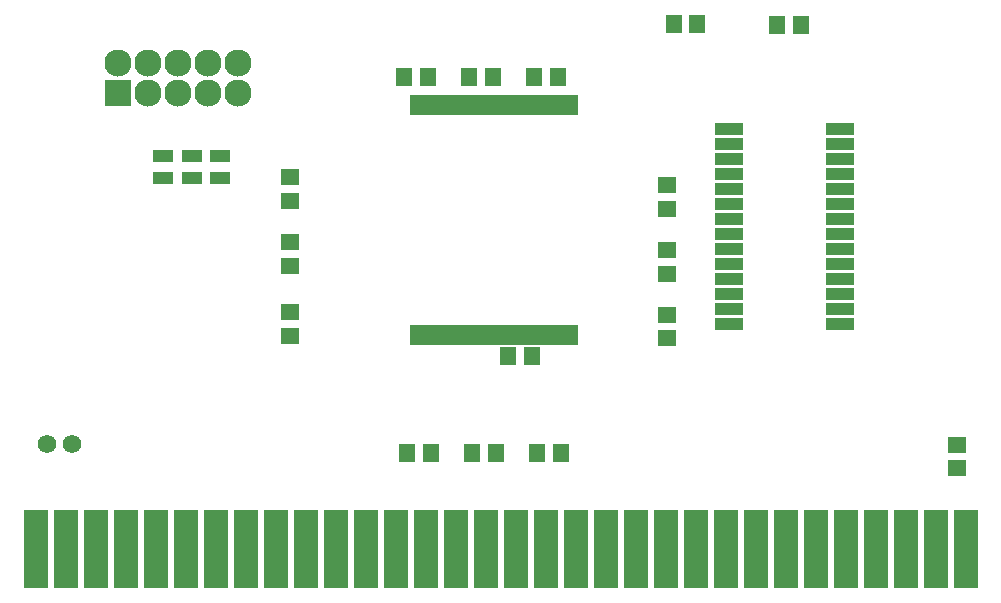
<source format=gbs>
G04 #@! TF.FileFunction,Soldermask,Bot*
%FSLAX46Y46*%
G04 Gerber Fmt 4.6, Leading zero omitted, Abs format (unit mm)*
G04 Created by KiCad (PCBNEW (after 2015-may-25 BZR unknown)-product) date 17/02/2017 21:19:06*
%MOMM*%
G01*
G04 APERTURE LIST*
%ADD10C,0.100000*%
%ADD11R,0.679400X1.670000*%
%ADD12R,1.650000X1.400000*%
%ADD13R,1.400000X1.650000*%
%ADD14R,2.000200X6.699200*%
%ADD15R,2.300000X2.300000*%
%ADD16C,2.300000*%
%ADD17C,1.568400*%
%ADD18R,2.400000X1.000000*%
%ADD19R,1.700000X1.100000*%
G04 APERTURE END LIST*
D10*
D11*
X200440000Y-126398000D03*
X200948000Y-126398000D03*
X201430600Y-126398000D03*
X201938600Y-126398000D03*
X202446600Y-126398000D03*
X202929200Y-126398000D03*
X203437200Y-126398000D03*
X203945200Y-126398000D03*
X204427800Y-126398000D03*
X204935800Y-126398000D03*
X205443800Y-126398000D03*
X205951800Y-126398000D03*
X206434400Y-126398000D03*
X206942400Y-126398000D03*
X207450400Y-126398000D03*
X207933000Y-126398000D03*
X207933000Y-145829000D03*
X207425000Y-145829000D03*
X206942400Y-145829000D03*
X206434400Y-145829000D03*
X205926400Y-145829000D03*
X205443800Y-145829000D03*
X204935800Y-145829000D03*
X204427800Y-145829000D03*
X203945200Y-145829000D03*
X203437200Y-145829000D03*
X202929200Y-145829000D03*
X202421200Y-145829000D03*
X201938600Y-145829000D03*
X201430600Y-145829000D03*
X200922600Y-145829000D03*
X200440000Y-145829000D03*
X208441000Y-145829000D03*
X208949000Y-145829000D03*
X209457000Y-145829000D03*
X209965000Y-145829000D03*
X210473000Y-145829000D03*
X210981000Y-145829000D03*
X211489000Y-145829000D03*
X211997000Y-145829000D03*
X212505000Y-145829000D03*
X213013000Y-145829000D03*
X213521000Y-145829000D03*
X214029000Y-145829000D03*
X208441000Y-126398000D03*
X208949000Y-126398000D03*
X209457000Y-126398000D03*
X209965000Y-126398000D03*
X210473000Y-126398000D03*
X210981000Y-126398000D03*
X211489000Y-126398000D03*
X211997000Y-126398000D03*
X212505000Y-126398000D03*
X213013000Y-126398000D03*
X213521000Y-126398000D03*
X214029000Y-126398000D03*
D12*
X246450000Y-157150000D03*
X246450000Y-155150000D03*
D13*
X210450000Y-147650000D03*
X208450000Y-147650000D03*
D12*
X190000000Y-132500000D03*
X190000000Y-134500000D03*
D14*
X168443180Y-163981420D03*
X170983180Y-163981420D03*
X173523180Y-163981420D03*
X176063180Y-163981420D03*
X178603180Y-163981420D03*
X181143180Y-163981420D03*
X183683180Y-163981420D03*
X186223180Y-163981420D03*
X188763180Y-163981420D03*
X191303180Y-163981420D03*
X193843180Y-163981420D03*
X196383180Y-163981420D03*
X198923180Y-163981420D03*
X201463180Y-163981420D03*
X204003180Y-163981420D03*
X206543180Y-163981420D03*
X209083180Y-163981420D03*
X211623180Y-163981420D03*
X214163180Y-163981420D03*
X216703180Y-163981420D03*
X219243180Y-163981420D03*
X221783180Y-163981420D03*
X224323180Y-163981420D03*
X226863180Y-163981420D03*
X229403180Y-163981420D03*
X231943180Y-163981420D03*
X234483180Y-163981420D03*
X237023180Y-163981420D03*
X239563180Y-163981420D03*
X242103180Y-163981420D03*
X244643180Y-163981420D03*
X247183180Y-163981420D03*
D15*
X175420000Y-125370000D03*
D16*
X175420000Y-122830000D03*
X177960000Y-125370000D03*
X177960000Y-122830000D03*
X180500000Y-125370000D03*
X180500000Y-122830000D03*
X183040000Y-125370000D03*
X183040000Y-122830000D03*
X185580000Y-125370000D03*
X185580000Y-122830000D03*
D17*
X169402250Y-155050000D03*
X171497750Y-155050000D03*
D12*
X190000000Y-138000000D03*
X190000000Y-140000000D03*
X190000000Y-143900000D03*
X190000000Y-145900000D03*
D13*
X199650000Y-124050000D03*
X201650000Y-124050000D03*
X199900000Y-155850000D03*
X201900000Y-155850000D03*
X205150000Y-124000000D03*
X207150000Y-124000000D03*
X205400000Y-155850000D03*
X207400000Y-155850000D03*
X210650000Y-124000000D03*
X212650000Y-124000000D03*
X210900000Y-155850000D03*
X212900000Y-155850000D03*
D12*
X221900000Y-133150000D03*
X221900000Y-135150000D03*
X221900000Y-138650000D03*
X221900000Y-140650000D03*
X221900000Y-144150000D03*
X221900000Y-146150000D03*
D13*
X224450000Y-119550000D03*
X222450000Y-119550000D03*
X233250000Y-119650000D03*
X231250000Y-119650000D03*
D18*
X227156400Y-144942700D03*
X227156400Y-143672700D03*
X227156400Y-142402700D03*
X227156400Y-141132700D03*
X227156400Y-139862700D03*
X227156400Y-138592700D03*
X227156400Y-137322700D03*
X227156400Y-136052700D03*
X227156400Y-134782700D03*
X227156400Y-133512700D03*
X227156400Y-132242700D03*
X227156400Y-130972700D03*
X227156400Y-129702700D03*
X227156400Y-128432700D03*
X236556400Y-128432700D03*
X236556400Y-129702700D03*
X236556400Y-130972700D03*
X236556400Y-132242700D03*
X236556400Y-133512700D03*
X236556400Y-134782700D03*
X236556400Y-136052700D03*
X236556400Y-137322700D03*
X236556400Y-138592700D03*
X236556400Y-139862700D03*
X236556400Y-141132700D03*
X236556400Y-142402700D03*
X236556400Y-143672700D03*
X236556400Y-144942700D03*
D19*
X179250000Y-130700000D03*
X179250000Y-132600000D03*
X181650000Y-130700000D03*
X181650000Y-132600000D03*
X184050000Y-130700000D03*
X184050000Y-132600000D03*
M02*

</source>
